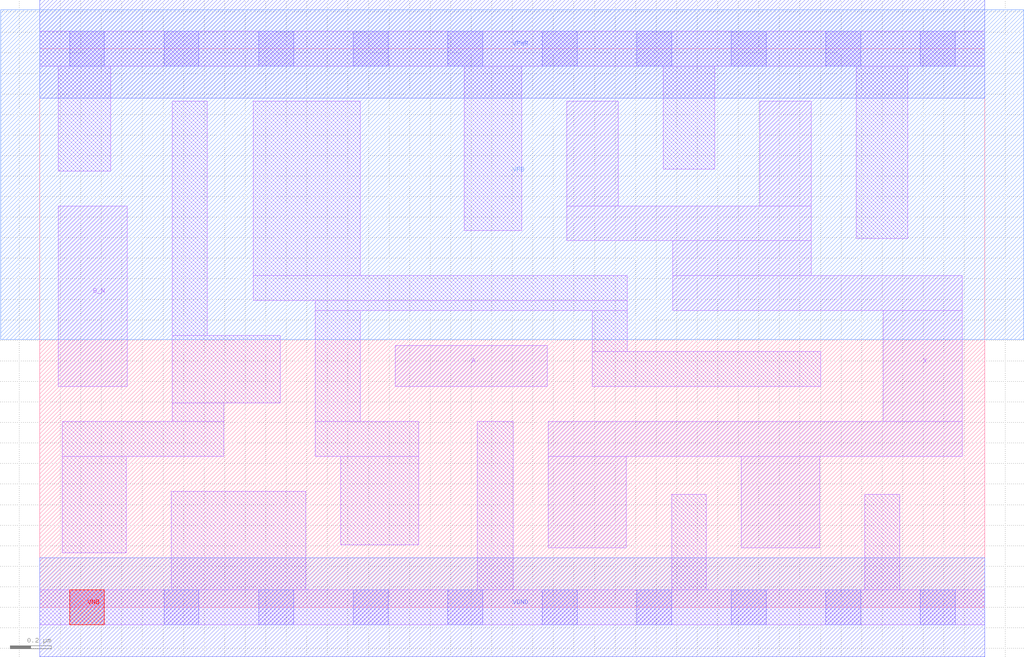
<source format=lef>
# Copyright 2020 The SkyWater PDK Authors
#
# Licensed under the Apache License, Version 2.0 (the "License");
# you may not use this file except in compliance with the License.
# You may obtain a copy of the License at
#
#     https://www.apache.org/licenses/LICENSE-2.0
#
# Unless required by applicable law or agreed to in writing, software
# distributed under the License is distributed on an "AS IS" BASIS,
# WITHOUT WARRANTIES OR CONDITIONS OF ANY KIND, either express or implied.
# See the License for the specific language governing permissions and
# limitations under the License.
#
# SPDX-License-Identifier: Apache-2.0

VERSION 5.7 ;
  NOWIREEXTENSIONATPIN ON ;
  DIVIDERCHAR "/" ;
  BUSBITCHARS "[]" ;
PROPERTYDEFINITIONS
  MACRO maskLayoutSubType STRING ;
  MACRO prCellType STRING ;
  MACRO originalViewName STRING ;
END PROPERTYDEFINITIONS
MACRO sky130_fd_sc_hdll__or2b_4
  CLASS CORE ;
  FOREIGN sky130_fd_sc_hdll__or2b_4 ;
  ORIGIN  0.000000  0.000000 ;
  SIZE  4.600000 BY  2.720000 ;
  SYMMETRY X Y R90 ;
  SITE unithd ;
  PIN A
    ANTENNAGATEAREA  0.277500 ;
    DIRECTION INPUT ;
    USE SIGNAL ;
    PORT
      LAYER li1 ;
        RECT 1.730000 1.075000 2.470000 1.275000 ;
    END
  END A
  PIN B_N
    ANTENNAGATEAREA  0.138600 ;
    DIRECTION INPUT ;
    USE SIGNAL ;
    PORT
      LAYER li1 ;
        RECT 0.090000 1.075000 0.425000 1.955000 ;
    END
  END B_N
  PIN VNB
    PORT
      LAYER pwell ;
        RECT 0.145000 -0.085000 0.315000 0.085000 ;
    END
  END VNB
  PIN VPB
    PORT
      LAYER nwell ;
        RECT -0.190000 1.305000 4.790000 2.910000 ;
    END
  END VPB
  PIN X
    ANTENNADIFFAREA  1.028500 ;
    DIRECTION OUTPUT ;
    USE SIGNAL ;
    PORT
      LAYER li1 ;
        RECT 2.475000 0.290000 2.855000 0.735000 ;
        RECT 2.475000 0.735000 4.490000 0.905000 ;
        RECT 2.565000 1.785000 3.755000 1.955000 ;
        RECT 2.565000 1.955000 2.815000 2.465000 ;
        RECT 3.080000 1.445000 4.490000 1.615000 ;
        RECT 3.080000 1.615000 3.755000 1.785000 ;
        RECT 3.415000 0.290000 3.795000 0.735000 ;
        RECT 3.505000 1.955000 3.755000 2.465000 ;
        RECT 4.105000 0.905000 4.490000 1.445000 ;
    END
  END X
  PIN VGND
    DIRECTION INOUT ;
    USE GROUND ;
    PORT
      LAYER met1 ;
        RECT 0.000000 -0.240000 4.600000 0.240000 ;
    END
  END VGND
  PIN VPWR
    DIRECTION INOUT ;
    USE POWER ;
    PORT
      LAYER met1 ;
        RECT 0.000000 2.480000 4.600000 2.960000 ;
    END
  END VPWR
  OBS
    LAYER li1 ;
      RECT 0.000000 -0.085000 4.600000 0.085000 ;
      RECT 0.000000  2.635000 4.600000 2.805000 ;
      RECT 0.090000  2.125000 0.345000 2.635000 ;
      RECT 0.110000  0.265000 0.420000 0.735000 ;
      RECT 0.110000  0.735000 0.895000 0.905000 ;
      RECT 0.640000  0.085000 1.295000 0.565000 ;
      RECT 0.645000  0.905000 0.895000 0.995000 ;
      RECT 0.645000  0.995000 1.170000 1.325000 ;
      RECT 0.645000  1.325000 0.815000 2.465000 ;
      RECT 1.040000  1.495000 2.860000 1.615000 ;
      RECT 1.040000  1.615000 1.560000 2.465000 ;
      RECT 1.340000  0.735000 1.845000 0.905000 ;
      RECT 1.340000  0.905000 1.560000 1.445000 ;
      RECT 1.340000  1.445000 2.860000 1.495000 ;
      RECT 1.465000  0.305000 1.845000 0.735000 ;
      RECT 2.065000  1.835000 2.345000 2.635000 ;
      RECT 2.130000  0.085000 2.305000 0.905000 ;
      RECT 2.690000  1.075000 3.800000 1.245000 ;
      RECT 2.690000  1.245000 2.860000 1.445000 ;
      RECT 3.035000  2.135000 3.285000 2.635000 ;
      RECT 3.075000  0.085000 3.245000 0.550000 ;
      RECT 3.975000  1.795000 4.225000 2.635000 ;
      RECT 4.015000  0.085000 4.185000 0.550000 ;
    LAYER mcon ;
      RECT 0.145000 -0.085000 0.315000 0.085000 ;
      RECT 0.145000  2.635000 0.315000 2.805000 ;
      RECT 0.605000 -0.085000 0.775000 0.085000 ;
      RECT 0.605000  2.635000 0.775000 2.805000 ;
      RECT 1.065000 -0.085000 1.235000 0.085000 ;
      RECT 1.065000  2.635000 1.235000 2.805000 ;
      RECT 1.525000 -0.085000 1.695000 0.085000 ;
      RECT 1.525000  2.635000 1.695000 2.805000 ;
      RECT 1.985000 -0.085000 2.155000 0.085000 ;
      RECT 1.985000  2.635000 2.155000 2.805000 ;
      RECT 2.445000 -0.085000 2.615000 0.085000 ;
      RECT 2.445000  2.635000 2.615000 2.805000 ;
      RECT 2.905000 -0.085000 3.075000 0.085000 ;
      RECT 2.905000  2.635000 3.075000 2.805000 ;
      RECT 3.365000 -0.085000 3.535000 0.085000 ;
      RECT 3.365000  2.635000 3.535000 2.805000 ;
      RECT 3.825000 -0.085000 3.995000 0.085000 ;
      RECT 3.825000  2.635000 3.995000 2.805000 ;
      RECT 4.285000 -0.085000 4.455000 0.085000 ;
      RECT 4.285000  2.635000 4.455000 2.805000 ;
  END
  PROPERTY maskLayoutSubType "abstract" ;
  PROPERTY prCellType "standard" ;
  PROPERTY originalViewName "layout" ;
END sky130_fd_sc_hdll__or2b_4
END LIBRARY

</source>
